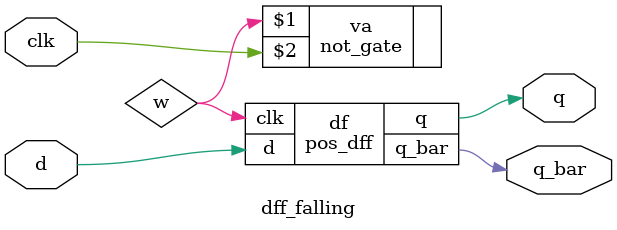
<source format=v>
module dff(d,clk,q,q_bar);
    input d, clk;
    output q, q_bar;
    wire d_bar, w1, w2;

    nand n1(d_bar,d);
    nand n2(w1,d,clk);
    nand n3(w2,d_bar,clk);
    nand n4(q, w1, q_bar);
    nand n5(q_bar, w2, q);

endmodule

module pos_dff(d,clk,q,q_bar);

    input d, clk;
    output q, q_bar;

    wire clk_bar, q1, q1_bar;

    nand n1(clk_bar,clk);

    dff df1(d, clk_bar, q1, q1_bar);

    dff df2(q1, clk, q, q_bar);
    
endmodule


module dff_falling(q,q_bar,d,clk);

    input d, clk;
    output q , q_bar;

    wire w;

    not_gate va(w , clk);

    pos_dff df(d, w, q, q_bar);

endmodule
</source>
